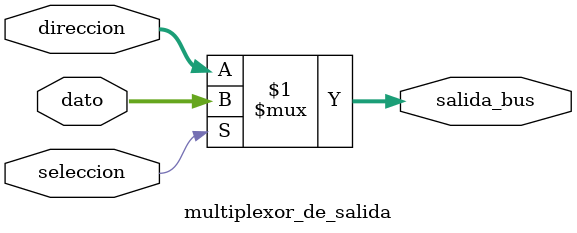
<source format=v>
`timescale 1ns / 1ps
module multiplexor_de_salida (

input [7:0] direccion,
input [7:0] dato,
input seleccion,
output [7:0] salida_bus

    );

   assign salida_bus = seleccion ? dato : direccion;

endmodule

</source>
